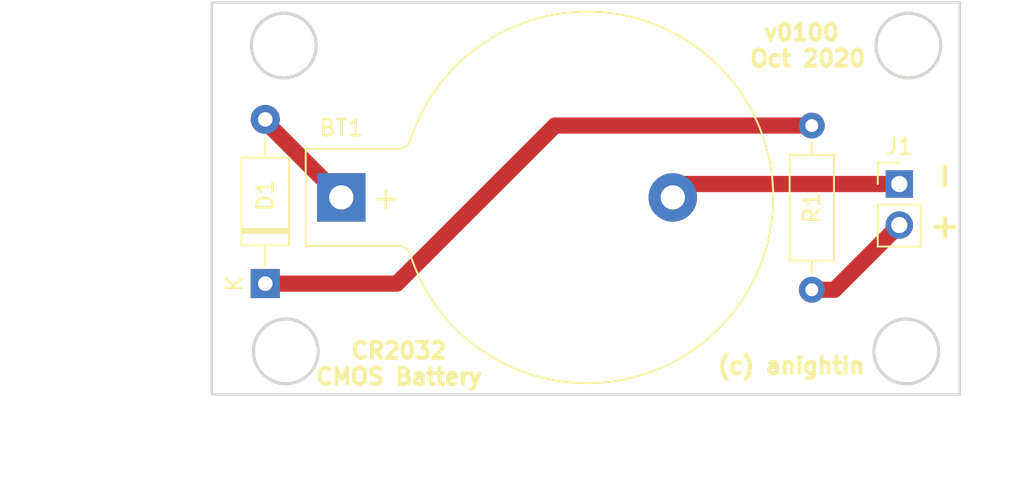
<source format=kicad_pcb>
(kicad_pcb (version 20171130) (host pcbnew "(5.0.1-3-g963ef8bb5)")

  (general
    (thickness 1.6)
    (drawings 15)
    (tracks 9)
    (zones 0)
    (modules 4)
    (nets 5)
  )

  (page A4)
  (layers
    (0 F.Cu signal)
    (31 B.Cu signal)
    (32 B.Adhes user)
    (33 F.Adhes user)
    (34 B.Paste user)
    (35 F.Paste user)
    (36 B.SilkS user)
    (37 F.SilkS user)
    (38 B.Mask user)
    (39 F.Mask user)
    (40 Dwgs.User user)
    (41 Cmts.User user)
    (42 Eco1.User user)
    (43 Eco2.User user)
    (44 Edge.Cuts user)
    (45 Margin user)
    (46 B.CrtYd user)
    (47 F.CrtYd user)
    (48 B.Fab user)
    (49 F.Fab user)
  )

  (setup
    (last_trace_width 1)
    (trace_clearance 0.2)
    (zone_clearance 0.508)
    (zone_45_only no)
    (trace_min 0.2)
    (segment_width 0.2)
    (edge_width 0.15)
    (via_size 0.8)
    (via_drill 0.4)
    (via_min_size 0.4)
    (via_min_drill 0.3)
    (uvia_size 0.3)
    (uvia_drill 0.1)
    (uvias_allowed no)
    (uvia_min_size 0.2)
    (uvia_min_drill 0.1)
    (pcb_text_width 0.3)
    (pcb_text_size 1.5 1.5)
    (mod_edge_width 0.15)
    (mod_text_size 1 1)
    (mod_text_width 0.15)
    (pad_size 1.524 1.524)
    (pad_drill 0.762)
    (pad_to_mask_clearance 0.051)
    (solder_mask_min_width 0.25)
    (aux_axis_origin 0 0)
    (visible_elements FFFFFF7F)
    (pcbplotparams
      (layerselection 0x010fc_ffffffff)
      (usegerberextensions false)
      (usegerberattributes false)
      (usegerberadvancedattributes false)
      (creategerberjobfile false)
      (excludeedgelayer true)
      (linewidth 0.100000)
      (plotframeref false)
      (viasonmask false)
      (mode 1)
      (useauxorigin false)
      (hpglpennumber 1)
      (hpglpenspeed 20)
      (hpglpendiameter 15.000000)
      (psnegative false)
      (psa4output false)
      (plotreference true)
      (plotvalue true)
      (plotinvisibletext false)
      (padsonsilk false)
      (subtractmaskfromsilk false)
      (outputformat 1)
      (mirror false)
      (drillshape 0)
      (scaleselection 1)
      (outputdirectory ""))
  )

  (net 0 "")
  (net 1 /Neg)
  (net 2 /Pos)
  (net 3 /BATtoD1)
  (net 4 /D1toR1)

  (net_class Default "This is the default net class."
    (clearance 0.2)
    (trace_width 1)
    (via_dia 0.8)
    (via_drill 0.4)
    (uvia_dia 0.3)
    (uvia_drill 0.1)
    (diff_pair_gap 0.25)
    (diff_pair_width 0.4)
    (add_net /BATtoD1)
    (add_net /D1toR1)
    (add_net /Neg)
    (add_net /Pos)
  )

  (module Diode_THT:D_A-405_P10.16mm_Horizontal (layer F.Cu) (tedit 5AE50CD5) (tstamp 5F887A1A)
    (at 133.223 97.409 90)
    (descr "Diode, A-405 series, Axial, Horizontal, pin pitch=10.16mm, , length*diameter=5.2*2.7mm^2, , http://www.diodes.com/_files/packages/A-405.pdf")
    (tags "Diode A-405 series Axial Horizontal pin pitch 10.16mm  length 5.2mm diameter 2.7mm")
    (path /5FA496D0)
    (fp_text reference D1 (at 5.461 0 90) (layer F.SilkS)
      (effects (font (size 1 1) (thickness 0.15)))
    )
    (fp_text value D_Schottky (at 5.08 2.47 90) (layer F.Fab)
      (effects (font (size 1 1) (thickness 0.15)))
    )
    (fp_line (start 2.48 -1.35) (end 2.48 1.35) (layer F.Fab) (width 0.1))
    (fp_line (start 2.48 1.35) (end 7.68 1.35) (layer F.Fab) (width 0.1))
    (fp_line (start 7.68 1.35) (end 7.68 -1.35) (layer F.Fab) (width 0.1))
    (fp_line (start 7.68 -1.35) (end 2.48 -1.35) (layer F.Fab) (width 0.1))
    (fp_line (start 0 0) (end 2.48 0) (layer F.Fab) (width 0.1))
    (fp_line (start 10.16 0) (end 7.68 0) (layer F.Fab) (width 0.1))
    (fp_line (start 3.26 -1.35) (end 3.26 1.35) (layer F.Fab) (width 0.1))
    (fp_line (start 3.36 -1.35) (end 3.36 1.35) (layer F.Fab) (width 0.1))
    (fp_line (start 3.16 -1.35) (end 3.16 1.35) (layer F.Fab) (width 0.1))
    (fp_line (start 2.36 -1.47) (end 2.36 1.47) (layer F.SilkS) (width 0.12))
    (fp_line (start 2.36 1.47) (end 7.8 1.47) (layer F.SilkS) (width 0.12))
    (fp_line (start 7.8 1.47) (end 7.8 -1.47) (layer F.SilkS) (width 0.12))
    (fp_line (start 7.8 -1.47) (end 2.36 -1.47) (layer F.SilkS) (width 0.12))
    (fp_line (start 1.14 0) (end 2.36 0) (layer F.SilkS) (width 0.12))
    (fp_line (start 9.02 0) (end 7.8 0) (layer F.SilkS) (width 0.12))
    (fp_line (start 3.26 -1.47) (end 3.26 1.47) (layer F.SilkS) (width 0.12))
    (fp_line (start 3.38 -1.47) (end 3.38 1.47) (layer F.SilkS) (width 0.12))
    (fp_line (start 3.14 -1.47) (end 3.14 1.47) (layer F.SilkS) (width 0.12))
    (fp_line (start -1.15 -1.6) (end -1.15 1.6) (layer F.CrtYd) (width 0.05))
    (fp_line (start -1.15 1.6) (end 11.31 1.6) (layer F.CrtYd) (width 0.05))
    (fp_line (start 11.31 1.6) (end 11.31 -1.6) (layer F.CrtYd) (width 0.05))
    (fp_line (start 11.31 -1.6) (end -1.15 -1.6) (layer F.CrtYd) (width 0.05))
    (fp_text user %R (at 5.47 0 90) (layer F.Fab)
      (effects (font (size 1 1) (thickness 0.15)))
    )
    (fp_text user K (at 0 -1.9 90) (layer F.Fab)
      (effects (font (size 1 1) (thickness 0.15)))
    )
    (fp_text user K (at 0 -1.9 90) (layer F.SilkS)
      (effects (font (size 1 1) (thickness 0.15)))
    )
    (pad 1 thru_hole rect (at 0 0 90) (size 1.8 1.8) (drill 0.9) (layers *.Cu *.Mask)
      (net 4 /D1toR1))
    (pad 2 thru_hole oval (at 10.16 0 90) (size 1.8 1.8) (drill 0.9) (layers *.Cu *.Mask)
      (net 3 /BATtoD1))
    (model ${KISYS3DMOD}/Diode_THT.3dshapes/D_A-405_P10.16mm_Horizontal.wrl
      (at (xyz 0 0 0))
      (scale (xyz 1 1 1))
      (rotate (xyz 0 0 0))
    )
  )

  (module Resistor_THT:R_Axial_DIN0207_L6.3mm_D2.5mm_P10.16mm_Horizontal (layer F.Cu) (tedit 5AE5139B) (tstamp 5F887A47)
    (at 167.005 97.79 90)
    (descr "Resistor, Axial_DIN0207 series, Axial, Horizontal, pin pitch=10.16mm, 0.25W = 1/4W, length*diameter=6.3*2.5mm^2, http://cdn-reichelt.de/documents/datenblatt/B400/1_4W%23YAG.pdf")
    (tags "Resistor Axial_DIN0207 series Axial Horizontal pin pitch 10.16mm 0.25W = 1/4W length 6.3mm diameter 2.5mm")
    (path /5FA495F3)
    (fp_text reference R1 (at 5.08 0 90) (layer F.SilkS)
      (effects (font (size 1 1) (thickness 0.15)))
    )
    (fp_text value 4K7 (at 5.08 2.37 90) (layer F.Fab)
      (effects (font (size 1 1) (thickness 0.15)))
    )
    (fp_line (start 1.93 -1.25) (end 1.93 1.25) (layer F.Fab) (width 0.1))
    (fp_line (start 1.93 1.25) (end 8.23 1.25) (layer F.Fab) (width 0.1))
    (fp_line (start 8.23 1.25) (end 8.23 -1.25) (layer F.Fab) (width 0.1))
    (fp_line (start 8.23 -1.25) (end 1.93 -1.25) (layer F.Fab) (width 0.1))
    (fp_line (start 0 0) (end 1.93 0) (layer F.Fab) (width 0.1))
    (fp_line (start 10.16 0) (end 8.23 0) (layer F.Fab) (width 0.1))
    (fp_line (start 1.81 -1.37) (end 1.81 1.37) (layer F.SilkS) (width 0.12))
    (fp_line (start 1.81 1.37) (end 8.35 1.37) (layer F.SilkS) (width 0.12))
    (fp_line (start 8.35 1.37) (end 8.35 -1.37) (layer F.SilkS) (width 0.12))
    (fp_line (start 8.35 -1.37) (end 1.81 -1.37) (layer F.SilkS) (width 0.12))
    (fp_line (start 1.04 0) (end 1.81 0) (layer F.SilkS) (width 0.12))
    (fp_line (start 9.12 0) (end 8.35 0) (layer F.SilkS) (width 0.12))
    (fp_line (start -1.05 -1.5) (end -1.05 1.5) (layer F.CrtYd) (width 0.05))
    (fp_line (start -1.05 1.5) (end 11.21 1.5) (layer F.CrtYd) (width 0.05))
    (fp_line (start 11.21 1.5) (end 11.21 -1.5) (layer F.CrtYd) (width 0.05))
    (fp_line (start 11.21 -1.5) (end -1.05 -1.5) (layer F.CrtYd) (width 0.05))
    (fp_text user %R (at 5.08 0 90) (layer F.Fab)
      (effects (font (size 1 1) (thickness 0.15)))
    )
    (pad 1 thru_hole circle (at 0 0 90) (size 1.6 1.6) (drill 0.8) (layers *.Cu *.Mask)
      (net 2 /Pos))
    (pad 2 thru_hole oval (at 10.16 0 90) (size 1.6 1.6) (drill 0.8) (layers *.Cu *.Mask)
      (net 4 /D1toR1))
    (model ${KISYS3DMOD}/Resistor_THT.3dshapes/R_Axial_DIN0207_L6.3mm_D2.5mm_P10.16mm_Horizontal.wrl
      (at (xyz 0 0 0))
      (scale (xyz 1 1 1))
      (rotate (xyz 0 0 0))
    )
  )

  (module Battery:BatteryHolder_Keystone_103_1x20mm (layer F.Cu) (tedit 5787C32C) (tstamp 5F8882DE)
    (at 137.922 92.075)
    (descr http://www.keyelco.com/product-pdf.cfm?p=719)
    (tags "Keystone type 103 battery holder")
    (path /5FA49568)
    (fp_text reference BT1 (at 0 -4.3) (layer F.SilkS)
      (effects (font (size 1 1) (thickness 0.15)))
    )
    (fp_text value CR2032_3V (at 15 13) (layer F.Fab)
      (effects (font (size 1 1) (thickness 0.15)))
    )
    (fp_text user + (at 2.75 0) (layer F.SilkS)
      (effects (font (size 1.5 1.5) (thickness 0.15)))
    )
    (fp_text user %R (at 0 0) (layer F.Fab)
      (effects (font (size 1 1) (thickness 0.15)))
    )
    (fp_arc (start 15.2 0) (end 4.01 3.6) (angle -162.5) (layer F.CrtYd) (width 0.05))
    (fp_arc (start 15.2 0) (end 4.01 -3.6) (angle 162.5) (layer F.CrtYd) (width 0.05))
    (fp_arc (start 3.5 3.8) (end 3.5 3.25) (angle 70) (layer F.CrtYd) (width 0.05))
    (fp_arc (start 3.5 -3.8) (end 3.5 -3.25) (angle -70) (layer F.CrtYd) (width 0.05))
    (fp_arc (start 15.2 0) (end 4.25 3.5) (angle -162.5) (layer F.SilkS) (width 0.12))
    (fp_arc (start 3.5 3.8) (end 3.5 3) (angle 70) (layer F.SilkS) (width 0.12))
    (fp_arc (start 15.2 0) (end 4.25 -3.5) (angle 162.5) (layer F.SilkS) (width 0.12))
    (fp_arc (start 3.5 -3.8) (end 3.5 -3) (angle -70) (layer F.SilkS) (width 0.12))
    (fp_arc (start 3.5 3.8) (end 3.5 2.9) (angle 70) (layer F.Fab) (width 0.1))
    (fp_arc (start 15.2 0) (end 4.35 3.5) (angle -162.5) (layer F.Fab) (width 0.1))
    (fp_arc (start 15.2 0) (end 4.35 -3.5) (angle 162.5) (layer F.Fab) (width 0.1))
    (fp_arc (start 15.2 0) (end 5.2 1.3) (angle -180) (layer F.Fab) (width 0.1))
    (fp_line (start -2.45 -3.25) (end 3.5 -3.25) (layer F.CrtYd) (width 0.05))
    (fp_line (start -2.45 3.25) (end 3.5 3.25) (layer F.CrtYd) (width 0.05))
    (fp_line (start -2.45 3.25) (end -2.45 -3.25) (layer F.CrtYd) (width 0.05))
    (fp_line (start -2.2 -3) (end 3.5 -3) (layer F.SilkS) (width 0.12))
    (fp_line (start -2.2 3) (end -2.2 -3) (layer F.SilkS) (width 0.12))
    (fp_line (start -2.2 3) (end 3.5 3) (layer F.SilkS) (width 0.12))
    (fp_arc (start 15.2 0) (end 9 1.3) (angle -170) (layer F.Fab) (width 0.1))
    (fp_arc (start 15.2 0) (end 13.3 1.3) (angle -150) (layer F.Fab) (width 0.1))
    (fp_line (start 23.5712 7.7216) (end 22.6568 6.8834) (layer F.Fab) (width 0.1))
    (fp_line (start 23.5712 -7.7216) (end 22.6314 -6.858) (layer F.Fab) (width 0.1))
    (fp_arc (start 15.2 0) (end 13.3 -1.3) (angle 150) (layer F.Fab) (width 0.1))
    (fp_arc (start 15.2 0) (end 9 -1.3) (angle 170) (layer F.Fab) (width 0.1))
    (fp_arc (start 15.2 0) (end 5.2 -1.3) (angle 180) (layer F.Fab) (width 0.1))
    (fp_line (start 3.5306 -2.9) (end -1.7 -2.9) (layer F.Fab) (width 0.1))
    (fp_line (start -1.7 2.9) (end 3.5306 2.9) (layer F.Fab) (width 0.1))
    (fp_line (start -2.1 -2.5) (end -2.1 2.5) (layer F.Fab) (width 0.1))
    (fp_line (start 0 1.3) (end 16.2 1.3) (layer F.Fab) (width 0.1))
    (fp_line (start 16.2 -1.3) (end 0 -1.3) (layer F.Fab) (width 0.1))
    (fp_arc (start 3.5 -3.8) (end 3.5 -2.9) (angle -70) (layer F.Fab) (width 0.1))
    (fp_arc (start 16.2 0) (end 16.2 -1.3) (angle 180) (layer F.Fab) (width 0.1))
    (fp_line (start 0 -1.3) (end 0 1.3) (layer F.Fab) (width 0.1))
    (fp_arc (start -1.7 2.5) (end -2.1 2.5) (angle -90) (layer F.Fab) (width 0.1))
    (fp_arc (start -1.7 -2.5) (end -2.1 -2.5) (angle 90) (layer F.Fab) (width 0.1))
    (pad 2 thru_hole circle (at 20.49 0) (size 3 3) (drill 1.5) (layers *.Cu *.Mask)
      (net 1 /Neg))
    (pad 1 thru_hole rect (at 0 0) (size 3 3) (drill 1.5) (layers *.Cu *.Mask)
      (net 3 /BATtoD1))
    (model ${KISYS3DMOD}/Battery.3dshapes/BatteryHolder_Keystone_103_1x20mm.wrl
      (at (xyz 0 0 0))
      (scale (xyz 1 1 1))
      (rotate (xyz 0 0 0))
    )
  )

  (module Connector_PinHeader_2.54mm:PinHeader_1x02_P2.54mm_Vertical (layer F.Cu) (tedit 59FED5CC) (tstamp 5F8889E2)
    (at 172.411564 91.246185)
    (descr "Through hole straight pin header, 1x02, 2.54mm pitch, single row")
    (tags "Through hole pin header THT 1x02 2.54mm single row")
    (path /5FA49C8D)
    (fp_text reference J1 (at 0 -2.33) (layer F.SilkS)
      (effects (font (size 1 1) (thickness 0.15)))
    )
    (fp_text value Conn_01x02_Female (at 0 4.87) (layer F.Fab)
      (effects (font (size 1 1) (thickness 0.15)))
    )
    (fp_line (start -0.635 -1.27) (end 1.27 -1.27) (layer F.Fab) (width 0.1))
    (fp_line (start 1.27 -1.27) (end 1.27 3.81) (layer F.Fab) (width 0.1))
    (fp_line (start 1.27 3.81) (end -1.27 3.81) (layer F.Fab) (width 0.1))
    (fp_line (start -1.27 3.81) (end -1.27 -0.635) (layer F.Fab) (width 0.1))
    (fp_line (start -1.27 -0.635) (end -0.635 -1.27) (layer F.Fab) (width 0.1))
    (fp_line (start -1.33 3.87) (end 1.33 3.87) (layer F.SilkS) (width 0.12))
    (fp_line (start -1.33 1.27) (end -1.33 3.87) (layer F.SilkS) (width 0.12))
    (fp_line (start 1.33 1.27) (end 1.33 3.87) (layer F.SilkS) (width 0.12))
    (fp_line (start -1.33 1.27) (end 1.33 1.27) (layer F.SilkS) (width 0.12))
    (fp_line (start -1.33 0) (end -1.33 -1.33) (layer F.SilkS) (width 0.12))
    (fp_line (start -1.33 -1.33) (end 0 -1.33) (layer F.SilkS) (width 0.12))
    (fp_line (start -1.8 -1.8) (end -1.8 4.35) (layer F.CrtYd) (width 0.05))
    (fp_line (start -1.8 4.35) (end 1.8 4.35) (layer F.CrtYd) (width 0.05))
    (fp_line (start 1.8 4.35) (end 1.8 -1.8) (layer F.CrtYd) (width 0.05))
    (fp_line (start 1.8 -1.8) (end -1.8 -1.8) (layer F.CrtYd) (width 0.05))
    (fp_text user %R (at 0 1.27 90) (layer F.Fab)
      (effects (font (size 1 1) (thickness 0.15)))
    )
    (pad 1 thru_hole rect (at 0 0) (size 1.7 1.7) (drill 1) (layers *.Cu *.Mask)
      (net 1 /Neg))
    (pad 2 thru_hole oval (at 0 2.54) (size 1.7 1.7) (drill 1) (layers *.Cu *.Mask)
      (net 2 /Pos))
    (model ${KISYS3DMOD}/Connector_PinHeader_2.54mm.3dshapes/PinHeader_1x02_P2.54mm_Vertical.wrl
      (at (xyz 0 0 0))
      (scale (xyz 1 1 1))
      (rotate (xyz 0 0 0))
    )
  )

  (dimension 24.257 (width 0.3) (layer Cmts.User)
    (gr_text "24.257 mm" (at 122.36 92.1385 270) (layer Cmts.User)
      (effects (font (size 1.5 1.5) (thickness 0.3)))
    )
    (feature1 (pts (xy 128.016 104.267) (xy 123.873579 104.267)))
    (feature2 (pts (xy 128.016 80.01) (xy 123.873579 80.01)))
    (crossbar (pts (xy 124.46 80.01) (xy 124.46 104.267)))
    (arrow1a (pts (xy 124.46 104.267) (xy 123.873579 103.140496)))
    (arrow1b (pts (xy 124.46 104.267) (xy 125.046421 103.140496)))
    (arrow2a (pts (xy 124.46 80.01) (xy 123.873579 81.136504)))
    (arrow2b (pts (xy 124.46 80.01) (xy 125.046421 81.136504)))
  )
  (dimension 46.228 (width 0.3) (layer Cmts.User)
    (gr_text "46.228 mm" (at 153.035 111.066) (layer Cmts.User)
      (effects (font (size 1.5 1.5) (thickness 0.3)))
    )
    (feature1 (pts (xy 176.149 107.188) (xy 176.149 109.552421)))
    (feature2 (pts (xy 129.921 107.188) (xy 129.921 109.552421)))
    (crossbar (pts (xy 129.921 108.966) (xy 176.149 108.966)))
    (arrow1a (pts (xy 176.149 108.966) (xy 175.022496 109.552421)))
    (arrow1b (pts (xy 176.149 108.966) (xy 175.022496 108.379579)))
    (arrow2a (pts (xy 129.921 108.966) (xy 131.047504 109.552421)))
    (arrow2b (pts (xy 129.921 108.966) (xy 131.047504 108.379579)))
  )
  (gr_text "v0100 \nOct 2020" (at 166.751 82.677) (layer F.SilkS) (tstamp 5F888BE8)
    (effects (font (size 1 1) (thickness 0.25)))
  )
  (gr_text "CR2032\nCMOS Battery" (at 141.478 102.362) (layer F.SilkS) (tstamp 5F888B36)
    (effects (font (size 1 1) (thickness 0.25)))
  )
  (gr_text "(c) anightin " (at 166.116 102.489) (layer F.SilkS)
    (effects (font (size 1 1) (thickness 0.25)))
  )
  (gr_line (start 129.921 80.01) (end 129.921 104.267) (layer Edge.Cuts) (width 0.15))
  (gr_line (start 176.149 104.267) (end 129.921 104.267) (layer Edge.Cuts) (width 0.15))
  (gr_line (start 176.149 80.01) (end 176.149 104.267) (layer Edge.Cuts) (width 0.15))
  (gr_line (start 129.921 80.01) (end 176.149 80.01) (layer Edge.Cuts) (width 0.15))
  (gr_circle (center 134.493 101.6) (end 136.493 101.6) (layer Edge.Cuts) (width 0.2) (tstamp 5F8881D0))
  (gr_circle (center 172.974 82.677) (end 174.974 82.677) (layer Edge.Cuts) (width 0.2) (tstamp 5F8881CF))
  (gr_circle (center 172.847 101.6) (end 174.847 101.6) (layer Edge.Cuts) (width 0.2) (tstamp 5F8881CD))
  (gr_circle (center 134.366 82.677) (end 136.366 82.677) (layer Edge.Cuts) (width 0.2))
  (gr_text - (at 175.332564 90.738185 270) (layer F.SilkS) (tstamp 5F887D58)
    (effects (font (size 1.5 1.5) (thickness 0.3)))
  )
  (gr_text + (at 175.332564 93.913185 270) (layer F.SilkS)
    (effects (font (size 1.5 1.5) (thickness 0.3)))
  )

  (segment (start 159.240815 91.246185) (end 158.412 92.075) (width 1) (layer F.Cu) (net 1))
  (segment (start 172.411564 91.246185) (end 159.240815 91.246185) (width 1) (layer F.Cu) (net 1))
  (segment (start 168.407749 97.79) (end 172.411564 93.786185) (width 1) (layer F.Cu) (net 2))
  (segment (start 167.005 97.79) (end 168.407749 97.79) (width 1) (layer F.Cu) (net 2))
  (segment (start 133.223 87.376) (end 137.922 92.075) (width 1) (layer F.Cu) (net 3))
  (segment (start 133.223 87.249) (end 133.223 87.376) (width 1) (layer F.Cu) (net 3))
  (segment (start 167.005 87.63) (end 151.13 87.63) (width 1) (layer F.Cu) (net 4))
  (segment (start 141.351 97.409) (end 133.223 97.409) (width 1) (layer F.Cu) (net 4))
  (segment (start 151.13 87.63) (end 141.351 97.409) (width 1) (layer F.Cu) (net 4))

)

</source>
